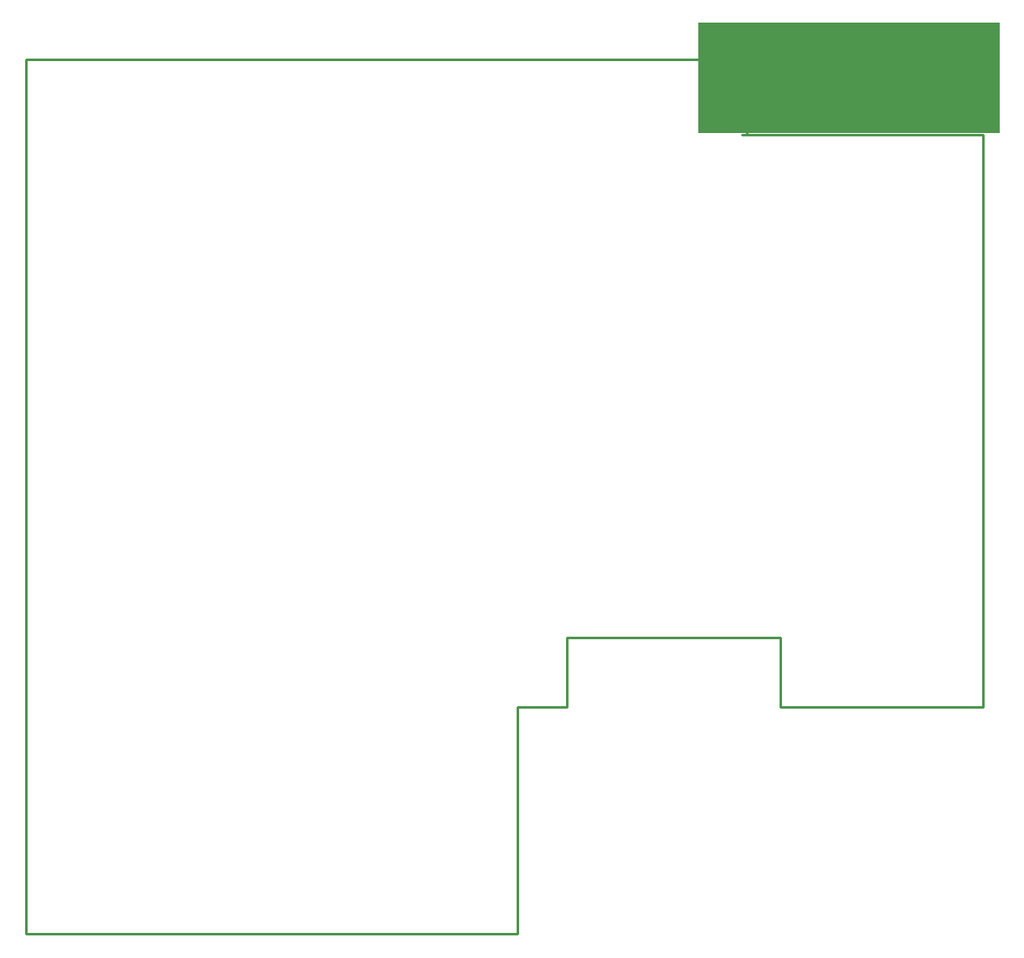
<source format=gko>
G04*
G04 #@! TF.GenerationSoftware,Altium Limited,Altium Designer,22.7.1 (60)*
G04*
G04 Layer_Color=16711935*
%FSLAX25Y25*%
%MOIN*%
G70*
G04*
G04 #@! TF.SameCoordinates,3A20C243-D036-4456-A015-6CD0820CEA74*
G04*
G04*
G04 #@! TF.FilePolarity,Positive*
G04*
G01*
G75*
%ADD12C,0.01000*%
G36*
X270729Y365996D02*
X390729D01*
Y321996D01*
X270729D01*
Y365996D01*
D02*
G37*
D12*
X198900Y3000D02*
Y93500D01*
X3000Y3000D02*
X198900D01*
X3000Y351300D02*
X3000Y3000D01*
X3000Y351300D02*
X290000D01*
X303400Y93500D02*
X384000Y93500D01*
X303400D02*
Y121100D01*
X290000Y321400D02*
Y351400D01*
X288000Y321400D02*
X381000D01*
X384000D01*
X384000D02*
X384000Y93500D01*
X198900D02*
X201900D01*
X218600D01*
Y93600D02*
Y121100D01*
X303400Y121100D01*
M02*

</source>
